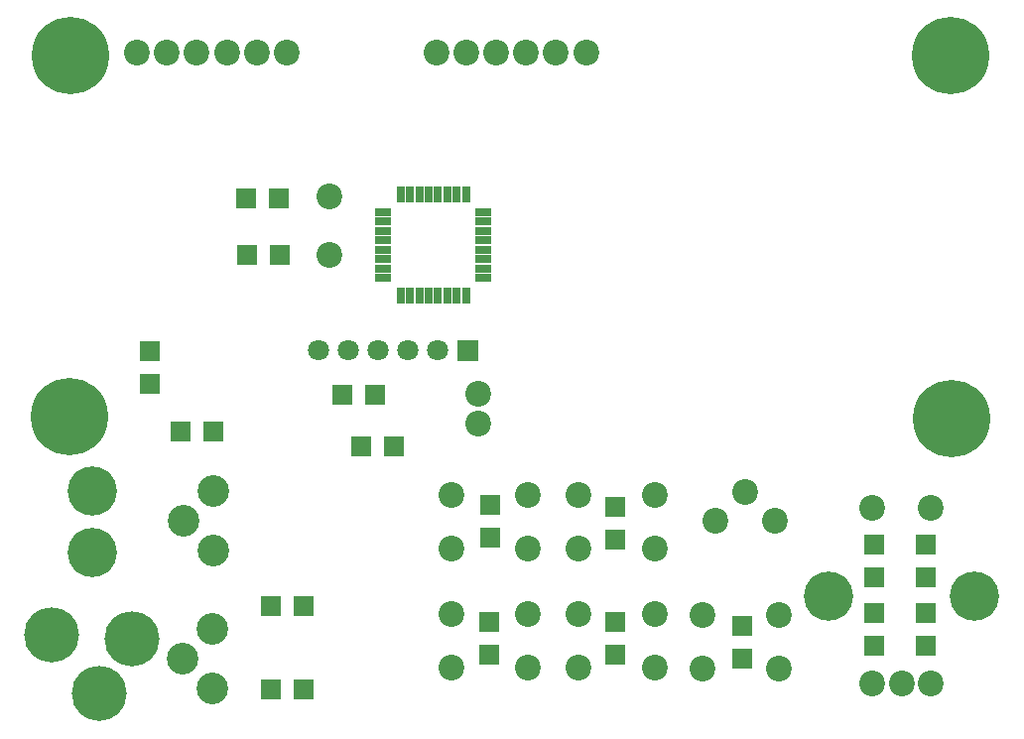
<source format=gbr>
%FSLAX34Y34*%
%MOMM*%
%LNSOLDERMASK_BOTTOM*%
G71*
G01*
%ADD10C,4.700*%
%ADD11C,4.200*%
%ADD12C,2.200*%
%ADD13C,2.700*%
%ADD14C,6.600*%
%ADD15C,0.800*%
%ADD16R,1.800X1.800*%
%ADD17R,1.470X0.759*%
%ADD18R,0.759X1.470*%
%ADD19C,1.800*%
%LPD*%
X97020Y76019D02*
G54D10*
D03*
X28758Y79194D02*
G54D10*
D03*
X62844Y149916D02*
G54D11*
D03*
X62844Y201916D02*
G54D11*
D03*
X542924Y198562D02*
G54D12*
D03*
X477924Y198562D02*
G54D12*
D03*
X477924Y153562D02*
G54D12*
D03*
X542924Y153562D02*
G54D12*
D03*
X434974Y198562D02*
G54D12*
D03*
X369974Y198562D02*
G54D12*
D03*
X369974Y153562D02*
G54D12*
D03*
X434974Y153562D02*
G54D12*
D03*
X68785Y29184D02*
G54D10*
D03*
X620315Y201590D02*
G54D12*
D03*
X595315Y176590D02*
G54D12*
D03*
X645315Y176590D02*
G54D12*
D03*
X166865Y202506D02*
G54D13*
D03*
X141465Y177106D02*
G54D13*
D03*
X166865Y151705D02*
G54D13*
D03*
X728662Y37906D02*
G54D12*
D03*
X778662Y37906D02*
G54D12*
D03*
X753662Y37906D02*
G54D12*
D03*
X728662Y187906D02*
G54D12*
D03*
X778662Y187906D02*
G54D12*
D03*
X691162Y112906D02*
G54D11*
D03*
X816162Y112906D02*
G54D11*
D03*
X434974Y51963D02*
G54D12*
D03*
X369974Y51962D02*
G54D12*
D03*
X369974Y96963D02*
G54D12*
D03*
X434974Y96963D02*
G54D12*
D03*
X165675Y84237D02*
G54D13*
D03*
X140274Y58838D02*
G54D13*
D03*
X165675Y33437D02*
G54D13*
D03*
X101048Y576592D02*
G54D12*
D03*
X126448Y576592D02*
G54D12*
D03*
X151848Y576592D02*
G54D12*
D03*
X178439Y576592D02*
G54D12*
D03*
X203839Y576592D02*
G54D12*
D03*
X229239Y576592D02*
G54D12*
D03*
X357033Y576592D02*
G54D12*
D03*
X382433Y576592D02*
G54D12*
D03*
X407833Y576592D02*
G54D12*
D03*
X433233Y576592D02*
G54D12*
D03*
X458633Y576592D02*
G54D12*
D03*
X485223Y576592D02*
G54D12*
D03*
X796130Y263922D02*
G54D14*
D03*
X820130Y263922D02*
G54D15*
D03*
X813101Y246952D02*
G54D15*
D03*
X796130Y239922D02*
G54D15*
D03*
X779160Y246952D02*
G54D15*
D03*
X772130Y263922D02*
G54D15*
D03*
X779160Y280892D02*
G54D15*
D03*
X796130Y287922D02*
G54D15*
D03*
X813101Y280892D02*
G54D15*
D03*
X795337Y573881D02*
G54D14*
D03*
X819337Y573881D02*
G54D15*
D03*
X812307Y556911D02*
G54D15*
D03*
X795337Y549881D02*
G54D15*
D03*
X778366Y556911D02*
G54D15*
D03*
X771337Y573881D02*
G54D15*
D03*
X778366Y590852D02*
G54D15*
D03*
X795337Y597881D02*
G54D15*
D03*
X812307Y590852D02*
G54D15*
D03*
X44449Y573881D02*
G54D14*
D03*
X68449Y573881D02*
G54D15*
D03*
X61420Y556911D02*
G54D15*
D03*
X44449Y549881D02*
G54D15*
D03*
X27479Y556911D02*
G54D15*
D03*
X20449Y573881D02*
G54D15*
D03*
X27479Y590852D02*
G54D15*
D03*
X44449Y597881D02*
G54D15*
D03*
X61420Y590852D02*
G54D15*
D03*
X44052Y265510D02*
G54D14*
D03*
X68052Y265510D02*
G54D15*
D03*
X61023Y248539D02*
G54D15*
D03*
X44052Y241510D02*
G54D15*
D03*
X27082Y248539D02*
G54D15*
D03*
X20052Y265510D02*
G54D15*
D03*
X27082Y282480D02*
G54D15*
D03*
X44052Y289510D02*
G54D15*
D03*
X61023Y282480D02*
G54D15*
D03*
X112416Y321959D02*
G54D16*
D03*
X112416Y293959D02*
G54D16*
D03*
X138865Y253305D02*
G54D16*
D03*
X166865Y253306D02*
G54D16*
D03*
X774682Y156664D02*
G54D16*
D03*
X774682Y128664D02*
G54D16*
D03*
X215899Y103709D02*
G54D16*
D03*
X243899Y103709D02*
G54D16*
D03*
X215899Y33065D02*
G54D16*
D03*
X243899Y33065D02*
G54D16*
D03*
X542924Y51963D02*
G54D12*
D03*
X477924Y51962D02*
G54D12*
D03*
X477924Y96963D02*
G54D12*
D03*
X542924Y96963D02*
G54D12*
D03*
X311322Y384324D02*
G54D17*
D03*
X311322Y392324D02*
G54D17*
D03*
X311322Y400326D02*
G54D17*
D03*
X311322Y408326D02*
G54D17*
D03*
X311322Y416328D02*
G54D17*
D03*
X311322Y424328D02*
G54D17*
D03*
X311322Y432330D02*
G54D17*
D03*
X311322Y440330D02*
G54D17*
D03*
X397174Y440330D02*
G54D17*
D03*
X397174Y432330D02*
G54D17*
D03*
X397174Y424328D02*
G54D17*
D03*
X397174Y416328D02*
G54D17*
D03*
X397174Y408326D02*
G54D17*
D03*
X397174Y400326D02*
G54D17*
D03*
X397174Y392324D02*
G54D17*
D03*
X397174Y384324D02*
G54D17*
D03*
X382239Y369388D02*
G54D18*
D03*
X374238Y369388D02*
G54D18*
D03*
X366237Y369388D02*
G54D18*
D03*
X358236Y369388D02*
G54D18*
D03*
X350235Y369388D02*
G54D18*
D03*
X342234Y369388D02*
G54D18*
D03*
X334233Y369388D02*
G54D18*
D03*
X326232Y369388D02*
G54D18*
D03*
X326233Y455239D02*
G54D18*
D03*
X334234Y455239D02*
G54D18*
D03*
X342235Y455239D02*
G54D18*
D03*
X350236Y455239D02*
G54D18*
D03*
X358237Y455239D02*
G54D18*
D03*
X366238Y455239D02*
G54D18*
D03*
X374239Y455239D02*
G54D18*
D03*
X382240Y455239D02*
G54D18*
D03*
G36*
X392585Y331328D02*
X392585Y313328D01*
X374585Y313328D01*
X374585Y331328D01*
X392585Y331328D01*
G37*
X358185Y322328D02*
G54D19*
D03*
X332785Y322328D02*
G54D19*
D03*
X307385Y322328D02*
G54D19*
D03*
X281985Y322328D02*
G54D19*
D03*
X256585Y322328D02*
G54D19*
D03*
X265752Y404100D02*
G54D12*
D03*
X265752Y454100D02*
G54D12*
D03*
X648890Y51168D02*
G54D12*
D03*
X583890Y51168D02*
G54D12*
D03*
X583890Y96168D02*
G54D12*
D03*
X648890Y96168D02*
G54D12*
D03*
X402430Y190228D02*
G54D16*
D03*
X402431Y162228D02*
G54D16*
D03*
X509587Y189037D02*
G54D16*
D03*
X509587Y161036D02*
G54D16*
D03*
X401637Y90612D02*
G54D16*
D03*
X401637Y62612D02*
G54D16*
D03*
X509587Y90612D02*
G54D16*
D03*
X509587Y62612D02*
G54D16*
D03*
X617537Y87436D02*
G54D16*
D03*
X617537Y59437D02*
G54D16*
D03*
X730232Y156664D02*
G54D16*
D03*
X730232Y128664D02*
G54D16*
D03*
X774699Y97974D02*
G54D16*
D03*
X774699Y69975D02*
G54D16*
D03*
X730249Y97974D02*
G54D16*
D03*
X730249Y69975D02*
G54D16*
D03*
X292875Y240058D02*
G54D16*
D03*
X320875Y240059D02*
G54D16*
D03*
X392509Y285080D02*
G54D12*
D03*
X392509Y260080D02*
G54D12*
D03*
X194468Y452165D02*
G54D16*
D03*
X222468Y452165D02*
G54D16*
D03*
X194865Y404143D02*
G54D16*
D03*
X222865Y404143D02*
G54D16*
D03*
X276621Y284684D02*
G54D16*
D03*
X304621Y284684D02*
G54D16*
D03*
M02*

</source>
